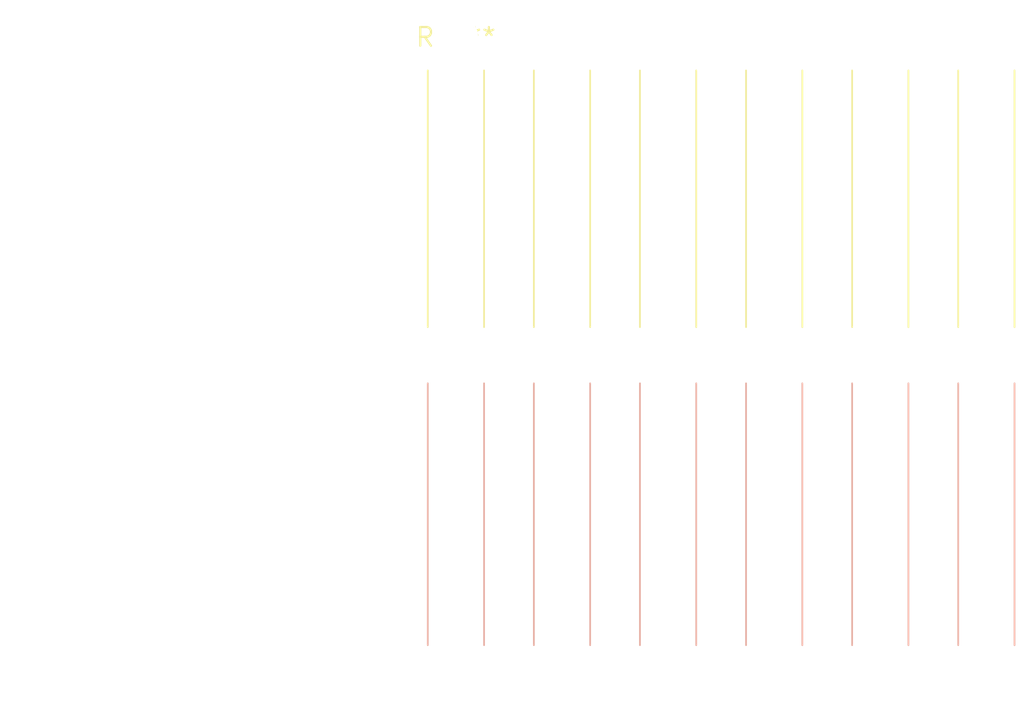
<source format=kicad_pcb>
(kicad_pcb (version 20240108) (generator pcbnew)
  (layers (0 "F.Cu" signal) (31 "B.Cu" signal) (34 "B.Paste" user) (35 "F.Paste" user) (36 "B.SilkS" user "B.Silkscreen") (37 "F.SilkS" user "F.Silkscreen") (38 "B.Mask" user) (39 "F.Mask" user) (44 "Edge.Cuts" user))
  (net 0 "")
  (footprint "SolderWire-2.5sqmm_1x06_P7.2mm_D2.4mm_OD3.6mm_Relief2x" (layer "F.Cu") (at 0 0)
    (property "Reference" "REF**")
    (property "Value" "SolderWire-2.5sqmm_1x06_P7.2mm_D2.4mm_OD3.6mm_Relief2x")
    (fp_line (start -1.91 23.51) (end -1.91 41.29) (layer "B.SilkS") (stroke (width 0.12)))
    (fp_line (start 1.91 23.51) (end 1.91 41.29) (layer "B.SilkS") (stroke (width 0.12)))
    (fp_line (start 5.29 23.51) (end 5.29 41.29) (layer "B.SilkS") (stroke (width 0.12)))
    (fp_line (start 9.11 23.51) (end 9.11 41.29) (layer "B.SilkS") (stroke (width 0.12)))
    (fp_line (start 12.49 23.51) (end 12.49 41.29) (layer "B.SilkS") (stroke (width 0.12)))
    (fp_line (start 16.31 23.51) (end 16.31 41.29) (layer "B.SilkS") (stroke (width 0.12)))
    (fp_line (start 19.69 23.51) (end 19.69 41.29) (layer "B.SilkS") (stroke (width 0.12)))
    (fp_line (start 23.51 23.51) (end 23.51 41.29) (layer "B.SilkS") (stroke (width 0.12)))
    (fp_line (start 26.89 23.51) (end 26.89 41.29) (layer "B.SilkS") (stroke (width 0.12)))
    (fp_line (start 30.71 23.51) (end 30.71 41.29) (layer "B.SilkS") (stroke (width 0.12)))
    (fp_line (start 34.09 23.51) (end 34.09 41.29) (layer "B.SilkS") (stroke (width 0.12)))
    (fp_line (start 37.91 23.51) (end 37.91 41.29) (layer "B.SilkS") (stroke (width 0.12)))
    (fp_line (start -1.91 2.26) (end -1.91 19.69) (layer "F.SilkS") (stroke (width 0.12)))
    (fp_line (start 1.91 2.26) (end 1.91 19.69) (layer "F.SilkS") (stroke (width 0.12)))
    (fp_line (start 5.29 2.26) (end 5.29 19.69) (layer "F.SilkS") (stroke (width 0.12)))
    (fp_line (start 9.11 2.26) (end 9.11 19.69) (layer "F.SilkS") (stroke (width 0.12)))
    (fp_line (start 12.49 2.26) (end 12.49 19.69) (layer "F.SilkS") (stroke (width 0.12)))
    (fp_line (start 16.31 2.26) (end 16.31 19.69) (layer "F.SilkS") (stroke (width 0.12)))
    (fp_line (start 19.69 2.26) (end 19.69 19.69) (layer "F.SilkS") (stroke (width 0.12)))
    (fp_line (start 23.51 2.26) (end 23.51 19.69) (layer "F.SilkS") (stroke (width 0.12)))
    (fp_line (start 26.89 2.26) (end 26.89 19.69) (layer "F.SilkS") (stroke (width 0.12)))
    (fp_line (start 30.71 2.26) (end 30.71 19.69) (layer "F.SilkS") (stroke (width 0.12)))
    (fp_line (start 34.09 2.26) (end 34.09 19.69) (layer "F.SilkS") (stroke (width 0.12)))
    (fp_line (start 37.91 2.26) (end 37.91 19.69) (layer "F.SilkS") (stroke (width 0.12)))
    (pad "" np_thru_hole circle (at 0 21.6) (size 4.1 4.1) (drill 4.1) (layers *.Cu *.Mask))
    (pad "" np_thru_hole circle (at 0 43.2) (size 4.1 4.1) (drill 4.1) (layers *.Cu *.Mask))
    (pad "" np_thru_hole circle (at 7.2 21.6) (size 4.1 4.1) (drill 4.1) (layers *.Cu *.Mask))
    (pad "" np_thru_hole circle (at 7.2 43.2) (size 4.1 4.1) (drill 4.1) (layers *.Cu *.Mask))
    (pad "" np_thru_hole circle (at 14.4 21.6) (size 4.1 4.1) (drill 4.1) (layers *.Cu *.Mask))
    (pad "" np_thru_hole circle (at 14.4 43.2) (size 4.1 4.1) (drill 4.1) (layers *.Cu *.Mask))
    (pad "" np_thru_hole circle (at 21.6 21.6) (size 4.1 4.1) (drill 4.1) (layers *.Cu *.Mask))
    (pad "" np_thru_hole circle (at 21.6 43.2) (size 4.1 4.1) (drill 4.1) (layers *.Cu *.Mask))
    (pad "" np_thru_hole circle (at 28.8 21.6) (size 4.1 4.1) (drill 4.1) (layers *.Cu *.Mask))
    (pad "" np_thru_hole circle (at 28.8 43.2) (size 4.1 4.1) (drill 4.1) (layers *.Cu *.Mask))
    (pad "" np_thru_hole circle (at 36 21.6) (size 4.1 4.1) (drill 4.1) (layers *.Cu *.Mask))
    (pad "" np_thru_hole circle (at 36 43.2) (size 4.1 4.1) (drill 4.1) (layers *.Cu *.Mask))
    (pad "1" thru_hole roundrect (at 0 0) (size 4 4) (drill 3) (layers *.Cu *.Mask) (remove_unused_layers) (roundrect_rratio 0.0625))
    (pad "2" thru_hole circle (at 7.2 0) (size 4 4) (drill 3) (layers *.Cu *.Mask) (remove_unused_layers))
    (pad "3" thru_hole circle (at 14.4 0) (size 4 4) (drill 3) (layers *.Cu *.Mask) (remove_unused_layers))
    (pad "4" thru_hole circle (at 21.6 0) (size 4 4) (drill 3) (layers *.Cu *.Mask) (remove_unused_layers))
    (pad "5" thru_hole circle (at 28.8 0) (size 4 4) (drill 3) (layers *.Cu *.Mask) (remove_unused_layers))
    (pad "6" thru_hole circle (at 36 0) (size 4 4) (drill 3) (layers *.Cu *.Mask) (remove_unused_layers))
  )
)
</source>
